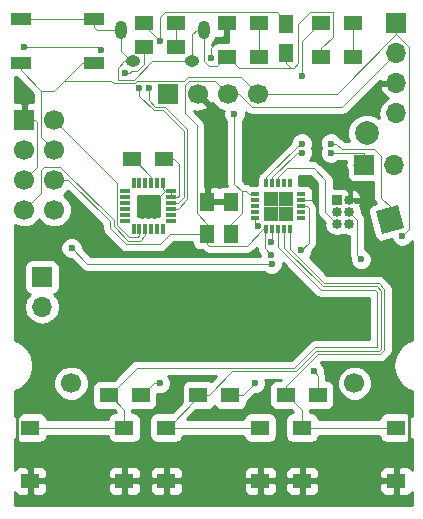
<source format=gtl>
G04 #@! TF.FileFunction,Copper,L1,Top,Signal*
%FSLAX46Y46*%
G04 Gerber Fmt 4.6, Leading zero omitted, Abs format (unit mm)*
G04 Created by KiCad (PCBNEW 4.0.6) date 11/07/17 14:14:17*
%MOMM*%
%LPD*%
G01*
G04 APERTURE LIST*
%ADD10C,0.100000*%
%ADD11R,1.700000X1.700000*%
%ADD12C,1.700000*%
%ADD13O,1.700000X1.700000*%
%ADD14C,2.000000*%
%ADD15R,1.250000X1.500000*%
%ADD16R,1.500000X1.300000*%
%ADD17O,1.250000X0.950000*%
%ADD18O,1.000000X1.550000*%
%ADD19R,1.300000X1.500000*%
%ADD20R,1.800000X1.100000*%
%ADD21R,1.550000X1.300000*%
%ADD22R,0.850000X0.300000*%
%ADD23R,0.300000X0.850000*%
%ADD24R,0.300000X0.730000*%
%ADD25R,0.730000X0.300000*%
%ADD26R,1.250000X1.250000*%
%ADD27R,0.850000X0.850000*%
%ADD28O,0.850000X0.850000*%
%ADD29C,0.600000*%
%ADD30C,0.250000*%
%ADD31C,0.254000*%
G04 APERTURE END LIST*
D10*
D11*
X135500000Y-62690000D03*
D12*
X138040000Y-62690000D03*
X135500000Y-65230000D03*
X138040000Y-65230000D03*
X135500000Y-67770000D03*
X138040000Y-67770000D03*
X135500000Y-70310000D03*
X138040000Y-70310000D03*
D11*
X137000000Y-76000000D03*
D13*
X137000000Y-78540000D03*
D10*
G36*
X167691770Y-71848143D02*
X165759918Y-72365781D01*
X165242280Y-70433929D01*
X167174132Y-69916291D01*
X167691770Y-71848143D01*
X167691770Y-71848143D01*
G37*
D14*
X164500000Y-63800000D03*
D15*
X157700000Y-54550000D03*
X157700000Y-57050000D03*
D16*
X148350000Y-54500000D03*
X145650000Y-54500000D03*
X155350000Y-54500000D03*
X152650000Y-54500000D03*
X163350000Y-54500000D03*
X160650000Y-54500000D03*
D17*
X144700000Y-57750000D03*
X149700000Y-57750000D03*
D18*
X143700000Y-55050000D03*
X150700000Y-55050000D03*
D11*
X164300000Y-66500000D03*
D13*
X166840000Y-66500000D03*
D19*
X153000000Y-69650000D03*
X153000000Y-72350000D03*
X151000000Y-69650000D03*
X151000000Y-72350000D03*
D16*
X147350000Y-66000000D03*
X144650000Y-66000000D03*
X145650000Y-56500000D03*
X148350000Y-56500000D03*
X155350000Y-57400000D03*
X152650000Y-57400000D03*
X142650000Y-86000000D03*
X145350000Y-86000000D03*
X163350000Y-57400000D03*
X160650000Y-57400000D03*
X150250000Y-86000000D03*
X152950000Y-86000000D03*
X157650000Y-86000000D03*
X160350000Y-86000000D03*
D20*
X141400000Y-57850000D03*
X135200000Y-57850000D03*
X141400000Y-54150000D03*
X135200000Y-54150000D03*
D21*
X136025000Y-88750000D03*
X143975000Y-88750000D03*
X136025000Y-93250000D03*
X143975000Y-93250000D03*
X147525000Y-88750000D03*
X155475000Y-88750000D03*
X147525000Y-93250000D03*
X155475000Y-93250000D03*
X159025000Y-88750000D03*
X166975000Y-88750000D03*
X159025000Y-93250000D03*
X166975000Y-93250000D03*
D22*
X147950000Y-71250000D03*
X147950000Y-70750000D03*
X147950000Y-70250000D03*
X147950000Y-69750000D03*
X147950000Y-69250000D03*
X147950000Y-68750000D03*
D23*
X147250000Y-68050000D03*
X146750000Y-68050000D03*
X146250000Y-68050000D03*
X145750000Y-68050000D03*
X145250000Y-68050000D03*
X144750000Y-68050000D03*
D22*
X144050000Y-68750000D03*
X144050000Y-69250000D03*
X144050000Y-69750000D03*
X144050000Y-70250000D03*
X144050000Y-70750000D03*
X144050000Y-71250000D03*
D23*
X144750000Y-71950000D03*
X145250000Y-71950000D03*
X145750000Y-71950000D03*
X146250000Y-71950000D03*
X146750000Y-71950000D03*
X147250000Y-71950000D03*
D24*
X156000000Y-71965000D03*
X156500000Y-71965000D03*
X157000000Y-71965000D03*
X157500000Y-71965000D03*
X158000000Y-71965000D03*
D25*
X158965000Y-71000000D03*
X158965000Y-70500000D03*
X158965000Y-70000000D03*
X158965000Y-69500000D03*
X158965000Y-69000000D03*
D24*
X158000000Y-68035000D03*
X157500000Y-68035000D03*
X157000000Y-68035000D03*
X156500000Y-68035000D03*
X156000000Y-68035000D03*
D25*
X155035000Y-69000000D03*
X155035000Y-69500000D03*
X155035000Y-70000000D03*
X155035000Y-70500000D03*
X155035000Y-71000000D03*
D26*
X157625000Y-69375000D03*
X156375000Y-69375000D03*
X157625000Y-70625000D03*
X156375000Y-70625000D03*
D27*
X162000000Y-69500000D03*
D28*
X163000000Y-69500000D03*
X162000000Y-70500000D03*
X163000000Y-70500000D03*
X162000000Y-71500000D03*
X163000000Y-71500000D03*
D11*
X147660000Y-60500000D03*
D12*
X150200000Y-60500000D03*
X152740000Y-60500000D03*
X155280000Y-60500000D03*
X139460000Y-85000000D03*
X163460000Y-85000000D03*
D11*
X167000000Y-54500000D03*
D13*
X167000000Y-57040000D03*
X167000000Y-59580000D03*
X167000000Y-62120000D03*
D29*
X158950000Y-73750000D03*
X160000000Y-84000000D03*
X155000000Y-85000000D03*
X147000000Y-85000000D03*
X161450000Y-64699997D03*
X159000000Y-64699997D03*
X147000000Y-56000000D03*
X151300000Y-57500000D03*
X146000000Y-70000000D03*
X137000000Y-73000000D03*
X156000000Y-65500000D03*
X151000000Y-64500000D03*
X159000000Y-59000000D03*
X156400000Y-73000000D03*
X156372207Y-74100001D03*
X145221500Y-60026228D03*
X146021059Y-59999320D03*
X155283716Y-71653465D03*
X142000000Y-56799998D03*
X135500000Y-56500000D03*
X156450000Y-74896211D03*
X139500000Y-73550000D03*
X161450000Y-65500000D03*
X159000000Y-65500000D03*
X144000000Y-58700000D03*
X167500000Y-72500000D03*
X164000000Y-74500000D03*
X153300000Y-62200000D03*
D10*
X146800000Y-68000000D02*
X146750000Y-68050000D01*
X158300001Y-58300001D02*
X158100000Y-58300001D01*
X158100000Y-58300001D02*
X155900001Y-58300001D01*
X157700000Y-57050000D02*
X157700000Y-57900000D01*
X157700000Y-57900000D02*
X158100000Y-58300000D01*
X158100000Y-58300000D02*
X158100000Y-58300001D01*
X153650001Y-58300001D02*
X155899999Y-58300001D01*
X152650000Y-57400000D02*
X152750000Y-57400000D01*
X152750000Y-57400000D02*
X153650001Y-58300001D01*
X150700000Y-55050000D02*
X150700000Y-57714002D01*
X152550000Y-57400000D02*
X152650000Y-57400000D01*
X150700000Y-57714002D02*
X151135998Y-58150000D01*
X151135998Y-58150000D02*
X151800000Y-58150000D01*
X151800000Y-58150000D02*
X152550000Y-57400000D01*
X160650000Y-57400000D02*
X160650000Y-56650000D01*
X160650000Y-56650000D02*
X161650001Y-55649999D01*
X161600001Y-53599999D02*
X159699999Y-53599999D01*
X161650001Y-55649999D02*
X161650001Y-53649999D01*
X161650001Y-53649999D02*
X161600001Y-53599999D01*
X159699999Y-53599999D02*
X158699990Y-54600008D01*
X158699990Y-54600008D02*
X158699990Y-57900012D01*
X158699990Y-57900012D02*
X158300001Y-58300001D01*
X143975000Y-57750000D02*
X143400000Y-58325000D01*
X143400000Y-58325000D02*
X143400000Y-59300000D01*
X144700000Y-57750000D02*
X143975000Y-57750000D01*
X148975000Y-57750000D02*
X149700000Y-57750000D01*
X143400000Y-59300000D02*
X144749597Y-59300000D01*
X144749597Y-59300000D02*
X146299597Y-57750000D01*
X146299597Y-57750000D02*
X148975000Y-57750000D01*
X143700000Y-55050000D02*
X141650000Y-55050000D01*
X141650000Y-55050000D02*
X141400000Y-54800000D01*
X141400000Y-54800000D02*
X141400000Y-54150000D01*
X144700000Y-57750000D02*
X144550000Y-57750000D01*
X144550000Y-57750000D02*
X143700000Y-56900000D01*
X143700000Y-56900000D02*
X143700000Y-55925000D01*
X143700000Y-55925000D02*
X143700000Y-55050000D01*
X135200000Y-54150000D02*
X141400000Y-54150000D01*
X158965000Y-70000000D02*
X159430000Y-70000000D01*
X159430000Y-70000000D02*
X159580001Y-70150001D01*
X159580001Y-70150001D02*
X159580001Y-73119999D01*
X159580001Y-73119999D02*
X158950000Y-73750000D01*
X149700000Y-57750000D02*
X149700000Y-55450000D01*
X150100000Y-55050000D02*
X150700000Y-55050000D01*
X149700000Y-55450000D02*
X150100000Y-55050000D01*
X150700000Y-55050000D02*
X150700000Y-55325000D01*
X152500000Y-57125000D02*
X152500000Y-57250000D01*
X160350000Y-86000000D02*
X160350000Y-84350000D01*
X160350000Y-84350000D02*
X160000000Y-84000000D01*
X152950000Y-86000000D02*
X154000000Y-86000000D01*
X154000000Y-86000000D02*
X155000000Y-85000000D01*
X145350000Y-86000000D02*
X145450000Y-86000000D01*
X145450000Y-86000000D02*
X146450000Y-85000000D01*
X146450000Y-85000000D02*
X147000000Y-85000000D01*
X161450000Y-64699997D02*
X161874264Y-64699997D01*
X161874264Y-64699997D02*
X162374257Y-65199990D01*
X162374257Y-65199990D02*
X165149992Y-65199990D01*
X165149992Y-65199990D02*
X165739999Y-65789997D01*
X165739999Y-65789997D02*
X165739999Y-69278734D01*
X165739999Y-69278734D02*
X166467025Y-70005760D01*
X166467025Y-70005760D02*
X166467025Y-71141036D01*
X156000000Y-67570000D02*
X158870003Y-64699997D01*
X158870003Y-64699997D02*
X159000000Y-64699997D01*
X156000000Y-68035000D02*
X156000000Y-67570000D01*
X147000000Y-56000000D02*
X147000000Y-53999998D01*
X147000000Y-53999998D02*
X147399999Y-53599999D01*
X147399999Y-53599999D02*
X156874999Y-53599999D01*
X156874999Y-53599999D02*
X157700000Y-54425000D01*
X157700000Y-54425000D02*
X157700000Y-54550000D01*
X147000000Y-56000000D02*
X145650000Y-54650000D01*
X145650000Y-54650000D02*
X145650000Y-54500000D01*
X147425000Y-68750000D02*
X147250000Y-68575000D01*
X147250000Y-68575000D02*
X147250000Y-68050000D01*
X152650000Y-54500000D02*
X152650000Y-55250000D01*
X152650000Y-55250000D02*
X151300000Y-56600000D01*
X151300000Y-56600000D02*
X151300000Y-57500000D01*
X147950000Y-68750000D02*
X147950000Y-69250000D01*
X163000000Y-69500000D02*
X163700000Y-69500000D01*
X158965000Y-69500000D02*
X160000000Y-69500000D01*
X147950000Y-68750000D02*
X147425000Y-68750000D01*
X147425000Y-68750000D02*
X146175000Y-70000000D01*
X146175000Y-70000000D02*
X146000000Y-70000000D01*
D30*
X166975000Y-93250000D02*
X166975000Y-92350000D01*
X166975000Y-92350000D02*
X168075001Y-91249999D01*
X168075001Y-91249999D02*
X168075001Y-87075001D01*
X136025000Y-93250000D02*
X136025000Y-92350000D01*
X136025000Y-92350000D02*
X134924999Y-91249999D01*
X134924999Y-87839999D02*
X135764998Y-87000000D01*
X134924999Y-91249999D02*
X134924999Y-87839999D01*
D10*
X135500000Y-62690000D02*
X136450000Y-62690000D01*
X136600001Y-66669999D02*
X136349999Y-66920001D01*
X136450000Y-62690000D02*
X136600001Y-62840001D01*
X136600001Y-62840001D02*
X136600001Y-66669999D01*
X136349999Y-66920001D02*
X135500000Y-67770000D01*
X148350000Y-56500000D02*
X148350000Y-54500000D01*
X155350000Y-57400000D02*
X155350000Y-54500000D01*
X163350000Y-54500000D02*
X163350000Y-57400000D01*
X159000000Y-56050000D02*
X159000000Y-59000000D01*
X156500000Y-71965000D02*
X156500000Y-72900000D01*
X156500000Y-72900000D02*
X156400000Y-73000000D01*
X160650000Y-54500000D02*
X160550000Y-54500000D01*
X160550000Y-54500000D02*
X159000000Y-56050000D01*
X149450000Y-59400000D02*
X149099999Y-59750001D01*
X149099999Y-59750001D02*
X149099999Y-62140001D01*
X149099999Y-62140001D02*
X150099999Y-63140001D01*
X151640000Y-59400000D02*
X149450000Y-59400000D01*
X152740000Y-60500000D02*
X151640000Y-59400000D01*
X156000000Y-71965000D02*
X156000000Y-72180000D01*
X156000000Y-72180000D02*
X155849999Y-72330001D01*
X155849999Y-72330001D02*
X155849999Y-73577793D01*
X155849999Y-73577793D02*
X156372207Y-74100001D01*
X152740000Y-60500000D02*
X153651998Y-60500000D01*
X154751999Y-61600001D02*
X162439999Y-61600001D01*
X153651998Y-60500000D02*
X154751999Y-61600001D01*
X162439999Y-61600001D02*
X166150001Y-57889999D01*
X166150001Y-57889999D02*
X167000000Y-57040000D01*
X151000000Y-72350000D02*
X151000000Y-73200000D01*
X151000000Y-73200000D02*
X151150001Y-73350001D01*
X151150001Y-73350001D02*
X154364999Y-73350001D01*
X155750000Y-71965000D02*
X156000000Y-71965000D01*
X154364999Y-73350001D02*
X155750000Y-71965000D01*
X151000000Y-72350000D02*
X151000000Y-71500000D01*
X151000000Y-71500000D02*
X150099999Y-70599999D01*
X150099999Y-70599999D02*
X150099999Y-63140001D01*
X146999981Y-73225021D02*
X147875002Y-72350000D01*
X147875002Y-72350000D02*
X151000000Y-72350000D01*
X142774981Y-71874981D02*
X144125021Y-73225021D01*
X144125021Y-73225021D02*
X146999981Y-73225021D01*
X139243724Y-67770000D02*
X142774981Y-71301257D01*
X142774981Y-71301257D02*
X142774981Y-71874981D01*
X138040000Y-67770000D02*
X139243724Y-67770000D01*
X147950000Y-69750000D02*
X148475000Y-69750000D01*
X145221500Y-60450492D02*
X145221500Y-60026228D01*
X149000000Y-63624278D02*
X147275733Y-61900011D01*
X148475000Y-69750000D02*
X149000000Y-69225000D01*
X147275733Y-61900011D02*
X146485731Y-61900011D01*
X146485731Y-61900011D02*
X145221500Y-60635780D01*
X145221500Y-60635780D02*
X145221500Y-60450492D01*
X149000000Y-69225000D02*
X149000000Y-63624278D01*
X146021059Y-60423584D02*
X146021059Y-59999320D01*
X146021059Y-61011061D02*
X146021059Y-60423584D01*
X147400001Y-61600001D02*
X146609999Y-61600001D01*
X149300010Y-69424990D02*
X149300010Y-63500010D01*
X147950000Y-70250000D02*
X148475000Y-70250000D01*
X149300010Y-63500010D02*
X147400001Y-61600001D01*
X146609999Y-61600001D02*
X146021059Y-61011061D01*
X148475000Y-70250000D02*
X149300010Y-69424990D01*
X155035000Y-71000000D02*
X155035000Y-71404749D01*
X155035000Y-71404749D02*
X155283716Y-71653465D01*
X135500000Y-56500000D02*
X141700002Y-56500000D01*
X141700002Y-56500000D02*
X142000000Y-56799998D01*
X157000000Y-68035000D02*
X157000000Y-67569998D01*
X157000000Y-67569998D02*
X157769998Y-66800000D01*
X157769998Y-66800000D02*
X160000000Y-66800000D01*
X160000000Y-66800000D02*
X161000000Y-67800000D01*
X161000000Y-67800000D02*
X161000000Y-70500000D01*
X161000000Y-70500000D02*
X162000000Y-71500000D01*
X139500000Y-73550000D02*
X140846211Y-74896211D01*
X140846211Y-74896211D02*
X156450000Y-74896211D01*
X161450000Y-65500000D02*
X164250000Y-65500000D01*
X164250000Y-65500000D02*
X164300000Y-65550000D01*
X164300000Y-65550000D02*
X164300000Y-66500000D01*
X156500000Y-67569998D02*
X158569998Y-65500000D01*
X158569998Y-65500000D02*
X159000000Y-65500000D01*
X156500000Y-68035000D02*
X156500000Y-67569998D01*
X163350000Y-66500000D02*
X164300000Y-66500000D01*
X144650000Y-66000000D02*
X144750000Y-66000000D01*
X144750000Y-66000000D02*
X146250000Y-67500000D01*
X146250000Y-67500000D02*
X146250000Y-67525000D01*
X146250000Y-67525000D02*
X146250000Y-68050000D01*
X145650000Y-57975318D02*
X145075327Y-58549991D01*
X145650000Y-56500000D02*
X145650000Y-57975318D01*
X145075327Y-58549991D02*
X144574273Y-58549991D01*
X144574273Y-58549991D02*
X144424264Y-58700000D01*
X144424264Y-58700000D02*
X144000000Y-58700000D01*
X165200019Y-77100019D02*
X160637460Y-77100018D01*
X160637460Y-77100018D02*
X157000000Y-73462558D01*
X157000000Y-73462558D02*
X157000000Y-72430000D01*
X157000000Y-72430000D02*
X157000000Y-71965000D01*
X165398316Y-81949980D02*
X165398316Y-77298316D01*
X165398316Y-77298316D02*
X165200019Y-77100019D01*
X160101464Y-81949980D02*
X165398316Y-81949980D01*
X142750000Y-86000000D02*
X145050010Y-83699990D01*
X158351454Y-83699990D02*
X160101464Y-81949980D01*
X145050010Y-83699990D02*
X158351454Y-83699990D01*
X136025000Y-88750000D02*
X136900000Y-88750000D01*
X136900000Y-88750000D02*
X143975000Y-88750000D01*
X143250000Y-88750000D02*
X143975000Y-88750000D01*
X136025000Y-88750000D02*
X136150000Y-88750000D01*
X143975000Y-88750000D02*
X143975000Y-87225000D01*
X143975000Y-87225000D02*
X142750000Y-86000000D01*
X142750000Y-86000000D02*
X142650000Y-86000000D01*
X165698327Y-77148327D02*
X165350010Y-76800010D01*
X165350010Y-76800010D02*
X160761729Y-76800009D01*
X157500000Y-73538280D02*
X157500000Y-72430000D01*
X160761729Y-76800009D02*
X157500000Y-73538280D01*
X157500000Y-72430000D02*
X157500000Y-71965000D01*
X165698327Y-82074248D02*
X165698327Y-77148327D01*
X160225732Y-82249991D02*
X165522584Y-82249991D01*
X151100000Y-86000000D02*
X153099999Y-84000001D01*
X158475722Y-84000001D02*
X160225732Y-82249991D01*
X153099999Y-84000001D02*
X158475722Y-84000001D01*
X165522584Y-82249991D02*
X165698327Y-82074248D01*
X150250000Y-86000000D02*
X151100000Y-86000000D01*
X147525000Y-88750000D02*
X147650000Y-88750000D01*
X147650000Y-88750000D02*
X150250000Y-86150000D01*
X150250000Y-86150000D02*
X150250000Y-86000000D01*
X147525000Y-88750000D02*
X148400000Y-88750000D01*
X148400000Y-88750000D02*
X155475000Y-88750000D01*
X165500000Y-76500000D02*
X165998338Y-76998338D01*
X165998338Y-76998338D02*
X165998338Y-82198516D01*
X160885998Y-76500000D02*
X165500000Y-76500000D01*
X158000000Y-71965000D02*
X158000000Y-73614002D01*
X158000000Y-73614002D02*
X160885998Y-76500000D01*
X165646852Y-82550002D02*
X165998338Y-82198516D01*
X160349998Y-82550002D02*
X165646852Y-82550002D01*
X157650000Y-85250000D02*
X160349998Y-82550002D01*
X157650000Y-86000000D02*
X157650000Y-85250000D01*
X159025000Y-88750000D02*
X159900000Y-88750000D01*
X159900000Y-88750000D02*
X166975000Y-88750000D01*
X166725000Y-89000000D02*
X166975000Y-88750000D01*
X159025000Y-88750000D02*
X159025000Y-87275000D01*
X159025000Y-87275000D02*
X157750000Y-86000000D01*
X157750000Y-86000000D02*
X157650000Y-86000000D01*
X143074990Y-71724270D02*
X144275731Y-72925011D01*
X144275731Y-72925011D02*
X145299991Y-72925011D01*
X145299991Y-72925011D02*
X145750000Y-72475000D01*
X145750000Y-72475000D02*
X145750000Y-71950000D01*
X135500000Y-70310000D02*
X136900011Y-68909989D01*
X136900011Y-68909989D02*
X136900011Y-66941989D01*
X136900011Y-66941989D02*
X137172001Y-66669999D01*
X137172001Y-66669999D02*
X138568001Y-66669999D01*
X138568001Y-66669999D02*
X143074989Y-71176987D01*
X143074989Y-71176987D02*
X143074990Y-71724270D01*
X138040000Y-62690000D02*
X143374999Y-68024999D01*
X143374999Y-68024999D02*
X143374999Y-71600001D01*
X143374999Y-71600001D02*
X144399999Y-72625001D01*
X144399999Y-72625001D02*
X145100001Y-72625001D01*
X145100001Y-72625001D02*
X145250000Y-72475000D01*
X145250000Y-72475000D02*
X145250000Y-71950000D01*
X143075733Y-59600011D02*
X142875721Y-59399999D01*
X142875721Y-59399999D02*
X138850001Y-59399999D01*
X145073876Y-59399999D02*
X144873865Y-59600011D01*
X149025723Y-59399999D02*
X145073876Y-59399999D01*
X153829991Y-59049991D02*
X149375731Y-59049991D01*
X149375731Y-59049991D02*
X149025723Y-59399999D01*
X138850001Y-59399999D02*
X138010001Y-60239999D01*
X144873865Y-59600011D02*
X143075733Y-59600011D01*
X141400000Y-57850000D02*
X140400000Y-57850000D01*
X155280000Y-60500000D02*
X153829991Y-59049991D01*
X140400000Y-57850000D02*
X138010001Y-60239999D01*
X163000000Y-70500000D02*
X163000000Y-70500998D01*
X163675001Y-74175001D02*
X164000000Y-74500000D01*
X163000000Y-70500998D02*
X163675001Y-71175999D01*
X163675001Y-71175999D02*
X163675001Y-74175001D01*
X167500000Y-72500000D02*
X168100001Y-71899999D01*
X167000000Y-55450000D02*
X167000000Y-54500000D01*
X168100001Y-71899999D02*
X168100001Y-56550001D01*
X168100001Y-56550001D02*
X167000000Y-55450000D01*
X164175001Y-74324999D02*
X164000000Y-74500000D01*
X155280000Y-60500000D02*
X161950000Y-60500000D01*
X161950000Y-60500000D02*
X167000000Y-55450000D01*
X155035000Y-69000000D02*
X154570000Y-69000000D01*
X154570000Y-69000000D02*
X154269999Y-68699999D01*
X154269999Y-68699999D02*
X153900001Y-68699999D01*
X153900001Y-70599999D02*
X153900001Y-68699999D01*
X153300000Y-68099998D02*
X153300000Y-62200000D01*
X153000000Y-72350000D02*
X153000000Y-71500000D01*
X153000000Y-71500000D02*
X153900001Y-70599999D01*
X153900001Y-68699999D02*
X153300000Y-68099998D01*
X138010001Y-60239999D02*
X136939999Y-60239999D01*
X135200000Y-57850000D02*
X135200000Y-58500000D01*
X135200000Y-58500000D02*
X136939999Y-60239999D01*
X136939999Y-60239999D02*
X136939999Y-64129999D01*
X136939999Y-64129999D02*
X137190001Y-64380001D01*
X137190001Y-64380001D02*
X138040000Y-65230000D01*
X147350000Y-66000000D02*
X148200000Y-66000000D01*
X148200000Y-66000000D02*
X148625001Y-66425001D01*
X148625001Y-66425001D02*
X148625001Y-69100001D01*
X148625001Y-69100001D02*
X148475000Y-69250000D01*
X148475000Y-69250000D02*
X147950000Y-69250000D01*
D31*
G36*
X151326628Y-84804636D02*
X151251890Y-84753569D01*
X151000000Y-84702560D01*
X149500000Y-84702560D01*
X149264683Y-84746838D01*
X149048559Y-84885910D01*
X148903569Y-85098110D01*
X148852560Y-85350000D01*
X148852560Y-86578704D01*
X147978704Y-87452560D01*
X146750000Y-87452560D01*
X146514683Y-87496838D01*
X146298559Y-87635910D01*
X146153569Y-87848110D01*
X146102560Y-88100000D01*
X146102560Y-89400000D01*
X146146838Y-89635317D01*
X146285910Y-89851441D01*
X146498110Y-89996431D01*
X146750000Y-90047440D01*
X148300000Y-90047440D01*
X148535317Y-90003162D01*
X148751441Y-89864090D01*
X148896431Y-89651890D01*
X148940352Y-89435000D01*
X154059146Y-89435000D01*
X154096838Y-89635317D01*
X154235910Y-89851441D01*
X154448110Y-89996431D01*
X154700000Y-90047440D01*
X156250000Y-90047440D01*
X156485317Y-90003162D01*
X156701441Y-89864090D01*
X156846431Y-89651890D01*
X156897440Y-89400000D01*
X156897440Y-88100000D01*
X156853162Y-87864683D01*
X156714090Y-87648559D01*
X156501890Y-87503569D01*
X156250000Y-87452560D01*
X154700000Y-87452560D01*
X154464683Y-87496838D01*
X154248559Y-87635910D01*
X154103569Y-87848110D01*
X154059648Y-88065000D01*
X149303736Y-88065000D01*
X150071296Y-87297440D01*
X151000000Y-87297440D01*
X151235317Y-87253162D01*
X151451441Y-87114090D01*
X151596431Y-86901890D01*
X151599081Y-86888803D01*
X151735910Y-87101441D01*
X151948110Y-87246431D01*
X152200000Y-87297440D01*
X153700000Y-87297440D01*
X153935317Y-87253162D01*
X154151441Y-87114090D01*
X154296431Y-86901890D01*
X154347440Y-86650000D01*
X154347440Y-86575860D01*
X154484368Y-86484368D01*
X155033706Y-85935030D01*
X155185167Y-85935162D01*
X155528943Y-85793117D01*
X155792192Y-85530327D01*
X155934838Y-85186799D01*
X155935162Y-84814833D01*
X155881517Y-84685001D01*
X157246263Y-84685001D01*
X157228704Y-84702560D01*
X156900000Y-84702560D01*
X156664683Y-84746838D01*
X156448559Y-84885910D01*
X156303569Y-85098110D01*
X156252560Y-85350000D01*
X156252560Y-86650000D01*
X156296838Y-86885317D01*
X156435910Y-87101441D01*
X156648110Y-87246431D01*
X156900000Y-87297440D01*
X158078704Y-87297440D01*
X158236386Y-87455122D01*
X158014683Y-87496838D01*
X157798559Y-87635910D01*
X157653569Y-87848110D01*
X157602560Y-88100000D01*
X157602560Y-89400000D01*
X157646838Y-89635317D01*
X157785910Y-89851441D01*
X157998110Y-89996431D01*
X158250000Y-90047440D01*
X159800000Y-90047440D01*
X160035317Y-90003162D01*
X160251441Y-89864090D01*
X160396431Y-89651890D01*
X160440352Y-89435000D01*
X165559146Y-89435000D01*
X165596838Y-89635317D01*
X165735910Y-89851441D01*
X165948110Y-89996431D01*
X166200000Y-90047440D01*
X167750000Y-90047440D01*
X167985317Y-90003162D01*
X168201441Y-89864090D01*
X168315000Y-89697891D01*
X168315000Y-92304695D01*
X168288327Y-92240301D01*
X168109698Y-92061673D01*
X167876309Y-91965000D01*
X167260750Y-91965000D01*
X167102000Y-92123750D01*
X167102000Y-93123000D01*
X167122000Y-93123000D01*
X167122000Y-93377000D01*
X167102000Y-93377000D01*
X167102000Y-94376250D01*
X167260750Y-94535000D01*
X167876309Y-94535000D01*
X168109698Y-94438327D01*
X168288327Y-94259699D01*
X168315000Y-94195305D01*
X168315000Y-95315000D01*
X134685000Y-95315000D01*
X134685000Y-94195305D01*
X134711673Y-94259699D01*
X134890302Y-94438327D01*
X135123691Y-94535000D01*
X135739250Y-94535000D01*
X135898000Y-94376250D01*
X135898000Y-93377000D01*
X136152000Y-93377000D01*
X136152000Y-94376250D01*
X136310750Y-94535000D01*
X136926309Y-94535000D01*
X137159698Y-94438327D01*
X137338327Y-94259699D01*
X137435000Y-94026310D01*
X137435000Y-93535750D01*
X142565000Y-93535750D01*
X142565000Y-94026310D01*
X142661673Y-94259699D01*
X142840302Y-94438327D01*
X143073691Y-94535000D01*
X143689250Y-94535000D01*
X143848000Y-94376250D01*
X143848000Y-93377000D01*
X144102000Y-93377000D01*
X144102000Y-94376250D01*
X144260750Y-94535000D01*
X144876309Y-94535000D01*
X145109698Y-94438327D01*
X145288327Y-94259699D01*
X145385000Y-94026310D01*
X145385000Y-93535750D01*
X146115000Y-93535750D01*
X146115000Y-94026310D01*
X146211673Y-94259699D01*
X146390302Y-94438327D01*
X146623691Y-94535000D01*
X147239250Y-94535000D01*
X147398000Y-94376250D01*
X147398000Y-93377000D01*
X147652000Y-93377000D01*
X147652000Y-94376250D01*
X147810750Y-94535000D01*
X148426309Y-94535000D01*
X148659698Y-94438327D01*
X148838327Y-94259699D01*
X148935000Y-94026310D01*
X148935000Y-93535750D01*
X154065000Y-93535750D01*
X154065000Y-94026310D01*
X154161673Y-94259699D01*
X154340302Y-94438327D01*
X154573691Y-94535000D01*
X155189250Y-94535000D01*
X155348000Y-94376250D01*
X155348000Y-93377000D01*
X155602000Y-93377000D01*
X155602000Y-94376250D01*
X155760750Y-94535000D01*
X156376309Y-94535000D01*
X156609698Y-94438327D01*
X156788327Y-94259699D01*
X156885000Y-94026310D01*
X156885000Y-93535750D01*
X157615000Y-93535750D01*
X157615000Y-94026310D01*
X157711673Y-94259699D01*
X157890302Y-94438327D01*
X158123691Y-94535000D01*
X158739250Y-94535000D01*
X158898000Y-94376250D01*
X158898000Y-93377000D01*
X159152000Y-93377000D01*
X159152000Y-94376250D01*
X159310750Y-94535000D01*
X159926309Y-94535000D01*
X160159698Y-94438327D01*
X160338327Y-94259699D01*
X160435000Y-94026310D01*
X160435000Y-93535750D01*
X165565000Y-93535750D01*
X165565000Y-94026310D01*
X165661673Y-94259699D01*
X165840302Y-94438327D01*
X166073691Y-94535000D01*
X166689250Y-94535000D01*
X166848000Y-94376250D01*
X166848000Y-93377000D01*
X165723750Y-93377000D01*
X165565000Y-93535750D01*
X160435000Y-93535750D01*
X160276250Y-93377000D01*
X159152000Y-93377000D01*
X158898000Y-93377000D01*
X157773750Y-93377000D01*
X157615000Y-93535750D01*
X156885000Y-93535750D01*
X156726250Y-93377000D01*
X155602000Y-93377000D01*
X155348000Y-93377000D01*
X154223750Y-93377000D01*
X154065000Y-93535750D01*
X148935000Y-93535750D01*
X148776250Y-93377000D01*
X147652000Y-93377000D01*
X147398000Y-93377000D01*
X146273750Y-93377000D01*
X146115000Y-93535750D01*
X145385000Y-93535750D01*
X145226250Y-93377000D01*
X144102000Y-93377000D01*
X143848000Y-93377000D01*
X142723750Y-93377000D01*
X142565000Y-93535750D01*
X137435000Y-93535750D01*
X137276250Y-93377000D01*
X136152000Y-93377000D01*
X135898000Y-93377000D01*
X135878000Y-93377000D01*
X135878000Y-93123000D01*
X135898000Y-93123000D01*
X135898000Y-92123750D01*
X136152000Y-92123750D01*
X136152000Y-93123000D01*
X137276250Y-93123000D01*
X137435000Y-92964250D01*
X137435000Y-92473690D01*
X142565000Y-92473690D01*
X142565000Y-92964250D01*
X142723750Y-93123000D01*
X143848000Y-93123000D01*
X143848000Y-92123750D01*
X144102000Y-92123750D01*
X144102000Y-93123000D01*
X145226250Y-93123000D01*
X145385000Y-92964250D01*
X145385000Y-92473690D01*
X146115000Y-92473690D01*
X146115000Y-92964250D01*
X146273750Y-93123000D01*
X147398000Y-93123000D01*
X147398000Y-92123750D01*
X147652000Y-92123750D01*
X147652000Y-93123000D01*
X148776250Y-93123000D01*
X148935000Y-92964250D01*
X148935000Y-92473690D01*
X154065000Y-92473690D01*
X154065000Y-92964250D01*
X154223750Y-93123000D01*
X155348000Y-93123000D01*
X155348000Y-92123750D01*
X155602000Y-92123750D01*
X155602000Y-93123000D01*
X156726250Y-93123000D01*
X156885000Y-92964250D01*
X156885000Y-92473690D01*
X157615000Y-92473690D01*
X157615000Y-92964250D01*
X157773750Y-93123000D01*
X158898000Y-93123000D01*
X158898000Y-92123750D01*
X159152000Y-92123750D01*
X159152000Y-93123000D01*
X160276250Y-93123000D01*
X160435000Y-92964250D01*
X160435000Y-92473690D01*
X165565000Y-92473690D01*
X165565000Y-92964250D01*
X165723750Y-93123000D01*
X166848000Y-93123000D01*
X166848000Y-92123750D01*
X166689250Y-91965000D01*
X166073691Y-91965000D01*
X165840302Y-92061673D01*
X165661673Y-92240301D01*
X165565000Y-92473690D01*
X160435000Y-92473690D01*
X160338327Y-92240301D01*
X160159698Y-92061673D01*
X159926309Y-91965000D01*
X159310750Y-91965000D01*
X159152000Y-92123750D01*
X158898000Y-92123750D01*
X158739250Y-91965000D01*
X158123691Y-91965000D01*
X157890302Y-92061673D01*
X157711673Y-92240301D01*
X157615000Y-92473690D01*
X156885000Y-92473690D01*
X156788327Y-92240301D01*
X156609698Y-92061673D01*
X156376309Y-91965000D01*
X155760750Y-91965000D01*
X155602000Y-92123750D01*
X155348000Y-92123750D01*
X155189250Y-91965000D01*
X154573691Y-91965000D01*
X154340302Y-92061673D01*
X154161673Y-92240301D01*
X154065000Y-92473690D01*
X148935000Y-92473690D01*
X148838327Y-92240301D01*
X148659698Y-92061673D01*
X148426309Y-91965000D01*
X147810750Y-91965000D01*
X147652000Y-92123750D01*
X147398000Y-92123750D01*
X147239250Y-91965000D01*
X146623691Y-91965000D01*
X146390302Y-92061673D01*
X146211673Y-92240301D01*
X146115000Y-92473690D01*
X145385000Y-92473690D01*
X145288327Y-92240301D01*
X145109698Y-92061673D01*
X144876309Y-91965000D01*
X144260750Y-91965000D01*
X144102000Y-92123750D01*
X143848000Y-92123750D01*
X143689250Y-91965000D01*
X143073691Y-91965000D01*
X142840302Y-92061673D01*
X142661673Y-92240301D01*
X142565000Y-92473690D01*
X137435000Y-92473690D01*
X137338327Y-92240301D01*
X137159698Y-92061673D01*
X136926309Y-91965000D01*
X136310750Y-91965000D01*
X136152000Y-92123750D01*
X135898000Y-92123750D01*
X135739250Y-91965000D01*
X135123691Y-91965000D01*
X134890302Y-92061673D01*
X134711673Y-92240301D01*
X134685000Y-92304695D01*
X134685000Y-89694622D01*
X134785910Y-89851441D01*
X134998110Y-89996431D01*
X135250000Y-90047440D01*
X136800000Y-90047440D01*
X137035317Y-90003162D01*
X137251441Y-89864090D01*
X137396431Y-89651890D01*
X137440352Y-89435000D01*
X142559146Y-89435000D01*
X142596838Y-89635317D01*
X142735910Y-89851441D01*
X142948110Y-89996431D01*
X143200000Y-90047440D01*
X144750000Y-90047440D01*
X144985317Y-90003162D01*
X145201441Y-89864090D01*
X145346431Y-89651890D01*
X145397440Y-89400000D01*
X145397440Y-88100000D01*
X145353162Y-87864683D01*
X145214090Y-87648559D01*
X145001890Y-87503569D01*
X144750000Y-87452560D01*
X144660000Y-87452560D01*
X144660000Y-87297440D01*
X146100000Y-87297440D01*
X146335317Y-87253162D01*
X146551441Y-87114090D01*
X146696431Y-86901890D01*
X146747440Y-86650000D01*
X146747440Y-85907532D01*
X146813201Y-85934838D01*
X147185167Y-85935162D01*
X147528943Y-85793117D01*
X147792192Y-85530327D01*
X147934838Y-85186799D01*
X147935162Y-84814833D01*
X147793117Y-84471057D01*
X147707200Y-84384990D01*
X151746274Y-84384990D01*
X151326628Y-84804636D01*
X151326628Y-84804636D01*
G37*
X151326628Y-84804636D02*
X151251890Y-84753569D01*
X151000000Y-84702560D01*
X149500000Y-84702560D01*
X149264683Y-84746838D01*
X149048559Y-84885910D01*
X148903569Y-85098110D01*
X148852560Y-85350000D01*
X148852560Y-86578704D01*
X147978704Y-87452560D01*
X146750000Y-87452560D01*
X146514683Y-87496838D01*
X146298559Y-87635910D01*
X146153569Y-87848110D01*
X146102560Y-88100000D01*
X146102560Y-89400000D01*
X146146838Y-89635317D01*
X146285910Y-89851441D01*
X146498110Y-89996431D01*
X146750000Y-90047440D01*
X148300000Y-90047440D01*
X148535317Y-90003162D01*
X148751441Y-89864090D01*
X148896431Y-89651890D01*
X148940352Y-89435000D01*
X154059146Y-89435000D01*
X154096838Y-89635317D01*
X154235910Y-89851441D01*
X154448110Y-89996431D01*
X154700000Y-90047440D01*
X156250000Y-90047440D01*
X156485317Y-90003162D01*
X156701441Y-89864090D01*
X156846431Y-89651890D01*
X156897440Y-89400000D01*
X156897440Y-88100000D01*
X156853162Y-87864683D01*
X156714090Y-87648559D01*
X156501890Y-87503569D01*
X156250000Y-87452560D01*
X154700000Y-87452560D01*
X154464683Y-87496838D01*
X154248559Y-87635910D01*
X154103569Y-87848110D01*
X154059648Y-88065000D01*
X149303736Y-88065000D01*
X150071296Y-87297440D01*
X151000000Y-87297440D01*
X151235317Y-87253162D01*
X151451441Y-87114090D01*
X151596431Y-86901890D01*
X151599081Y-86888803D01*
X151735910Y-87101441D01*
X151948110Y-87246431D01*
X152200000Y-87297440D01*
X153700000Y-87297440D01*
X153935317Y-87253162D01*
X154151441Y-87114090D01*
X154296431Y-86901890D01*
X154347440Y-86650000D01*
X154347440Y-86575860D01*
X154484368Y-86484368D01*
X155033706Y-85935030D01*
X155185167Y-85935162D01*
X155528943Y-85793117D01*
X155792192Y-85530327D01*
X155934838Y-85186799D01*
X155935162Y-84814833D01*
X155881517Y-84685001D01*
X157246263Y-84685001D01*
X157228704Y-84702560D01*
X156900000Y-84702560D01*
X156664683Y-84746838D01*
X156448559Y-84885910D01*
X156303569Y-85098110D01*
X156252560Y-85350000D01*
X156252560Y-86650000D01*
X156296838Y-86885317D01*
X156435910Y-87101441D01*
X156648110Y-87246431D01*
X156900000Y-87297440D01*
X158078704Y-87297440D01*
X158236386Y-87455122D01*
X158014683Y-87496838D01*
X157798559Y-87635910D01*
X157653569Y-87848110D01*
X157602560Y-88100000D01*
X157602560Y-89400000D01*
X157646838Y-89635317D01*
X157785910Y-89851441D01*
X157998110Y-89996431D01*
X158250000Y-90047440D01*
X159800000Y-90047440D01*
X160035317Y-90003162D01*
X160251441Y-89864090D01*
X160396431Y-89651890D01*
X160440352Y-89435000D01*
X165559146Y-89435000D01*
X165596838Y-89635317D01*
X165735910Y-89851441D01*
X165948110Y-89996431D01*
X166200000Y-90047440D01*
X167750000Y-90047440D01*
X167985317Y-90003162D01*
X168201441Y-89864090D01*
X168315000Y-89697891D01*
X168315000Y-92304695D01*
X168288327Y-92240301D01*
X168109698Y-92061673D01*
X167876309Y-91965000D01*
X167260750Y-91965000D01*
X167102000Y-92123750D01*
X167102000Y-93123000D01*
X167122000Y-93123000D01*
X167122000Y-93377000D01*
X167102000Y-93377000D01*
X167102000Y-94376250D01*
X167260750Y-94535000D01*
X167876309Y-94535000D01*
X168109698Y-94438327D01*
X168288327Y-94259699D01*
X168315000Y-94195305D01*
X168315000Y-95315000D01*
X134685000Y-95315000D01*
X134685000Y-94195305D01*
X134711673Y-94259699D01*
X134890302Y-94438327D01*
X135123691Y-94535000D01*
X135739250Y-94535000D01*
X135898000Y-94376250D01*
X135898000Y-93377000D01*
X136152000Y-93377000D01*
X136152000Y-94376250D01*
X136310750Y-94535000D01*
X136926309Y-94535000D01*
X137159698Y-94438327D01*
X137338327Y-94259699D01*
X137435000Y-94026310D01*
X137435000Y-93535750D01*
X142565000Y-93535750D01*
X142565000Y-94026310D01*
X142661673Y-94259699D01*
X142840302Y-94438327D01*
X143073691Y-94535000D01*
X143689250Y-94535000D01*
X143848000Y-94376250D01*
X143848000Y-93377000D01*
X144102000Y-93377000D01*
X144102000Y-94376250D01*
X144260750Y-94535000D01*
X144876309Y-94535000D01*
X145109698Y-94438327D01*
X145288327Y-94259699D01*
X145385000Y-94026310D01*
X145385000Y-93535750D01*
X146115000Y-93535750D01*
X146115000Y-94026310D01*
X146211673Y-94259699D01*
X146390302Y-94438327D01*
X146623691Y-94535000D01*
X147239250Y-94535000D01*
X147398000Y-94376250D01*
X147398000Y-93377000D01*
X147652000Y-93377000D01*
X147652000Y-94376250D01*
X147810750Y-94535000D01*
X148426309Y-94535000D01*
X148659698Y-94438327D01*
X148838327Y-94259699D01*
X148935000Y-94026310D01*
X148935000Y-93535750D01*
X154065000Y-93535750D01*
X154065000Y-94026310D01*
X154161673Y-94259699D01*
X154340302Y-94438327D01*
X154573691Y-94535000D01*
X155189250Y-94535000D01*
X155348000Y-94376250D01*
X155348000Y-93377000D01*
X155602000Y-93377000D01*
X155602000Y-94376250D01*
X155760750Y-94535000D01*
X156376309Y-94535000D01*
X156609698Y-94438327D01*
X156788327Y-94259699D01*
X156885000Y-94026310D01*
X156885000Y-93535750D01*
X157615000Y-93535750D01*
X157615000Y-94026310D01*
X157711673Y-94259699D01*
X157890302Y-94438327D01*
X158123691Y-94535000D01*
X158739250Y-94535000D01*
X158898000Y-94376250D01*
X158898000Y-93377000D01*
X159152000Y-93377000D01*
X159152000Y-94376250D01*
X159310750Y-94535000D01*
X159926309Y-94535000D01*
X160159698Y-94438327D01*
X160338327Y-94259699D01*
X160435000Y-94026310D01*
X160435000Y-93535750D01*
X165565000Y-93535750D01*
X165565000Y-94026310D01*
X165661673Y-94259699D01*
X165840302Y-94438327D01*
X166073691Y-94535000D01*
X166689250Y-94535000D01*
X166848000Y-94376250D01*
X166848000Y-93377000D01*
X165723750Y-93377000D01*
X165565000Y-93535750D01*
X160435000Y-93535750D01*
X160276250Y-93377000D01*
X159152000Y-93377000D01*
X158898000Y-93377000D01*
X157773750Y-93377000D01*
X157615000Y-93535750D01*
X156885000Y-93535750D01*
X156726250Y-93377000D01*
X155602000Y-93377000D01*
X155348000Y-93377000D01*
X154223750Y-93377000D01*
X154065000Y-93535750D01*
X148935000Y-93535750D01*
X148776250Y-93377000D01*
X147652000Y-93377000D01*
X147398000Y-93377000D01*
X146273750Y-93377000D01*
X146115000Y-93535750D01*
X145385000Y-93535750D01*
X145226250Y-93377000D01*
X144102000Y-93377000D01*
X143848000Y-93377000D01*
X142723750Y-93377000D01*
X142565000Y-93535750D01*
X137435000Y-93535750D01*
X137276250Y-93377000D01*
X136152000Y-93377000D01*
X135898000Y-93377000D01*
X135878000Y-93377000D01*
X135878000Y-93123000D01*
X135898000Y-93123000D01*
X135898000Y-92123750D01*
X136152000Y-92123750D01*
X136152000Y-93123000D01*
X137276250Y-93123000D01*
X137435000Y-92964250D01*
X137435000Y-92473690D01*
X142565000Y-92473690D01*
X142565000Y-92964250D01*
X142723750Y-93123000D01*
X143848000Y-93123000D01*
X143848000Y-92123750D01*
X144102000Y-92123750D01*
X144102000Y-93123000D01*
X145226250Y-93123000D01*
X145385000Y-92964250D01*
X145385000Y-92473690D01*
X146115000Y-92473690D01*
X146115000Y-92964250D01*
X146273750Y-93123000D01*
X147398000Y-93123000D01*
X147398000Y-92123750D01*
X147652000Y-92123750D01*
X147652000Y-93123000D01*
X148776250Y-93123000D01*
X148935000Y-92964250D01*
X148935000Y-92473690D01*
X154065000Y-92473690D01*
X154065000Y-92964250D01*
X154223750Y-93123000D01*
X155348000Y-93123000D01*
X155348000Y-92123750D01*
X155602000Y-92123750D01*
X155602000Y-93123000D01*
X156726250Y-93123000D01*
X156885000Y-92964250D01*
X156885000Y-92473690D01*
X157615000Y-92473690D01*
X157615000Y-92964250D01*
X157773750Y-93123000D01*
X158898000Y-93123000D01*
X158898000Y-92123750D01*
X159152000Y-92123750D01*
X159152000Y-93123000D01*
X160276250Y-93123000D01*
X160435000Y-92964250D01*
X160435000Y-92473690D01*
X165565000Y-92473690D01*
X165565000Y-92964250D01*
X165723750Y-93123000D01*
X166848000Y-93123000D01*
X166848000Y-92123750D01*
X166689250Y-91965000D01*
X166073691Y-91965000D01*
X165840302Y-92061673D01*
X165661673Y-92240301D01*
X165565000Y-92473690D01*
X160435000Y-92473690D01*
X160338327Y-92240301D01*
X160159698Y-92061673D01*
X159926309Y-91965000D01*
X159310750Y-91965000D01*
X159152000Y-92123750D01*
X158898000Y-92123750D01*
X158739250Y-91965000D01*
X158123691Y-91965000D01*
X157890302Y-92061673D01*
X157711673Y-92240301D01*
X157615000Y-92473690D01*
X156885000Y-92473690D01*
X156788327Y-92240301D01*
X156609698Y-92061673D01*
X156376309Y-91965000D01*
X155760750Y-91965000D01*
X155602000Y-92123750D01*
X155348000Y-92123750D01*
X155189250Y-91965000D01*
X154573691Y-91965000D01*
X154340302Y-92061673D01*
X154161673Y-92240301D01*
X154065000Y-92473690D01*
X148935000Y-92473690D01*
X148838327Y-92240301D01*
X148659698Y-92061673D01*
X148426309Y-91965000D01*
X147810750Y-91965000D01*
X147652000Y-92123750D01*
X147398000Y-92123750D01*
X147239250Y-91965000D01*
X146623691Y-91965000D01*
X146390302Y-92061673D01*
X146211673Y-92240301D01*
X146115000Y-92473690D01*
X145385000Y-92473690D01*
X145288327Y-92240301D01*
X145109698Y-92061673D01*
X144876309Y-91965000D01*
X144260750Y-91965000D01*
X144102000Y-92123750D01*
X143848000Y-92123750D01*
X143689250Y-91965000D01*
X143073691Y-91965000D01*
X142840302Y-92061673D01*
X142661673Y-92240301D01*
X142565000Y-92473690D01*
X137435000Y-92473690D01*
X137338327Y-92240301D01*
X137159698Y-92061673D01*
X136926309Y-91965000D01*
X136310750Y-91965000D01*
X136152000Y-92123750D01*
X135898000Y-92123750D01*
X135739250Y-91965000D01*
X135123691Y-91965000D01*
X134890302Y-92061673D01*
X134711673Y-92240301D01*
X134685000Y-92304695D01*
X134685000Y-89694622D01*
X134785910Y-89851441D01*
X134998110Y-89996431D01*
X135250000Y-90047440D01*
X136800000Y-90047440D01*
X137035317Y-90003162D01*
X137251441Y-89864090D01*
X137396431Y-89651890D01*
X137440352Y-89435000D01*
X142559146Y-89435000D01*
X142596838Y-89635317D01*
X142735910Y-89851441D01*
X142948110Y-89996431D01*
X143200000Y-90047440D01*
X144750000Y-90047440D01*
X144985317Y-90003162D01*
X145201441Y-89864090D01*
X145346431Y-89651890D01*
X145397440Y-89400000D01*
X145397440Y-88100000D01*
X145353162Y-87864683D01*
X145214090Y-87648559D01*
X145001890Y-87503569D01*
X144750000Y-87452560D01*
X144660000Y-87452560D01*
X144660000Y-87297440D01*
X146100000Y-87297440D01*
X146335317Y-87253162D01*
X146551441Y-87114090D01*
X146696431Y-86901890D01*
X146747440Y-86650000D01*
X146747440Y-85907532D01*
X146813201Y-85934838D01*
X147185167Y-85935162D01*
X147528943Y-85793117D01*
X147792192Y-85530327D01*
X147934838Y-85186799D01*
X147935162Y-84814833D01*
X147793117Y-84471057D01*
X147707200Y-84384990D01*
X151746274Y-84384990D01*
X151326628Y-84804636D01*
G36*
X165679845Y-59453000D02*
X166873000Y-59453000D01*
X166873000Y-59433000D01*
X167127000Y-59433000D01*
X167127000Y-59453000D01*
X167147000Y-59453000D01*
X167147000Y-59707000D01*
X167127000Y-59707000D01*
X167127000Y-59727000D01*
X166873000Y-59727000D01*
X166873000Y-59707000D01*
X165679845Y-59707000D01*
X165558524Y-59936890D01*
X165728355Y-60346924D01*
X166118642Y-60775183D01*
X166261553Y-60842298D01*
X165920853Y-61069946D01*
X165598946Y-61551715D01*
X165485907Y-62120000D01*
X165573688Y-62561303D01*
X165427363Y-62414722D01*
X164826648Y-62165284D01*
X164176205Y-62164716D01*
X163575057Y-62413106D01*
X163114722Y-62872637D01*
X162865284Y-63473352D01*
X162864716Y-64123795D01*
X163026355Y-64514990D01*
X162657993Y-64514990D01*
X162358632Y-64215629D01*
X162145358Y-64073124D01*
X161980327Y-63907805D01*
X161636799Y-63765159D01*
X161264833Y-63764835D01*
X160921057Y-63906880D01*
X160657808Y-64169670D01*
X160515162Y-64513198D01*
X160514838Y-64885164D01*
X160603649Y-65100103D01*
X160515162Y-65313201D01*
X160514838Y-65685167D01*
X160656883Y-66028943D01*
X160919673Y-66292192D01*
X161263201Y-66434838D01*
X161635167Y-66435162D01*
X161978943Y-66293117D01*
X162087249Y-66185000D01*
X162752464Y-66185000D01*
X162717143Y-66237862D01*
X162665000Y-66500000D01*
X162717143Y-66762138D01*
X162802560Y-66889974D01*
X162802560Y-67350000D01*
X162846838Y-67585317D01*
X162985910Y-67801441D01*
X163198110Y-67946431D01*
X163450000Y-67997440D01*
X165054999Y-67997440D01*
X165054999Y-69278734D01*
X165107142Y-69540872D01*
X165253914Y-69760532D01*
X165074710Y-69808550D01*
X164858872Y-69912224D01*
X164686106Y-70102494D01*
X164600978Y-70344989D01*
X164616901Y-70601499D01*
X165134539Y-72533351D01*
X165238213Y-72749189D01*
X165428483Y-72921955D01*
X165670978Y-73007083D01*
X165927488Y-72991160D01*
X166615139Y-72806905D01*
X166706883Y-73028943D01*
X166969673Y-73292192D01*
X167313201Y-73434838D01*
X167685167Y-73435162D01*
X168028943Y-73293117D01*
X168292192Y-73030327D01*
X168315000Y-72975400D01*
X168315000Y-81337835D01*
X168254070Y-81349955D01*
X168079465Y-81422279D01*
X168007142Y-81452236D01*
X167488064Y-81799072D01*
X167299072Y-81988064D01*
X166952236Y-82507142D01*
X166941585Y-82532857D01*
X166849955Y-82754069D01*
X166728162Y-83366363D01*
X166728163Y-83500000D01*
X166728162Y-83633637D01*
X166849955Y-84245931D01*
X166856669Y-84262139D01*
X166952236Y-84492858D01*
X167299072Y-85011936D01*
X167488064Y-85200928D01*
X168007142Y-85547764D01*
X168079465Y-85577721D01*
X168254070Y-85650045D01*
X168315000Y-85662165D01*
X168315000Y-87805378D01*
X168214090Y-87648559D01*
X168001890Y-87503569D01*
X167750000Y-87452560D01*
X166200000Y-87452560D01*
X165964683Y-87496838D01*
X165748559Y-87635910D01*
X165603569Y-87848110D01*
X165559648Y-88065000D01*
X160440854Y-88065000D01*
X160403162Y-87864683D01*
X160264090Y-87648559D01*
X160051890Y-87503569D01*
X159800000Y-87452560D01*
X159710000Y-87452560D01*
X159710000Y-87297440D01*
X161100000Y-87297440D01*
X161335317Y-87253162D01*
X161551441Y-87114090D01*
X161696431Y-86901890D01*
X161747440Y-86650000D01*
X161747440Y-85350000D01*
X161736920Y-85294089D01*
X161974743Y-85294089D01*
X162200344Y-85840086D01*
X162617717Y-86258188D01*
X163163319Y-86484742D01*
X163754089Y-86485257D01*
X164300086Y-86259656D01*
X164718188Y-85842283D01*
X164944742Y-85296681D01*
X164945257Y-84705911D01*
X164719656Y-84159914D01*
X164302283Y-83741812D01*
X163756681Y-83515258D01*
X163165911Y-83514743D01*
X162619914Y-83740344D01*
X162201812Y-84157717D01*
X161975258Y-84703319D01*
X161974743Y-85294089D01*
X161736920Y-85294089D01*
X161703162Y-85114683D01*
X161564090Y-84898559D01*
X161351890Y-84753569D01*
X161100000Y-84702560D01*
X161035000Y-84702560D01*
X161035000Y-84350000D01*
X160982857Y-84087862D01*
X160934987Y-84016219D01*
X160935162Y-83814833D01*
X160793117Y-83471057D01*
X160595571Y-83273165D01*
X160633734Y-83235002D01*
X165646852Y-83235002D01*
X165908990Y-83182859D01*
X166131220Y-83034370D01*
X166482706Y-82682884D01*
X166631195Y-82460654D01*
X166683338Y-82198516D01*
X166683338Y-76998338D01*
X166631195Y-76736200D01*
X166482706Y-76513970D01*
X165984368Y-76015632D01*
X165762138Y-75867143D01*
X165500000Y-75815000D01*
X161169734Y-75815000D01*
X159688580Y-74333846D01*
X159742192Y-74280327D01*
X159884838Y-73936799D01*
X159884971Y-73783765D01*
X160064369Y-73604367D01*
X160212858Y-73382137D01*
X160265001Y-73119999D01*
X160265001Y-70150001D01*
X160212858Y-69887863D01*
X160064369Y-69665633D01*
X159914368Y-69515632D01*
X159869293Y-69485514D01*
X159926431Y-69401890D01*
X159951080Y-69280170D01*
X159965000Y-69266250D01*
X159965000Y-69223690D01*
X159963333Y-69219665D01*
X159977440Y-69150000D01*
X159977440Y-68850000D01*
X159933162Y-68614683D01*
X159794090Y-68398559D01*
X159581890Y-68253569D01*
X159330000Y-68202560D01*
X158797440Y-68202560D01*
X158797440Y-67670000D01*
X158762630Y-67485000D01*
X159716264Y-67485000D01*
X160315000Y-68083736D01*
X160315000Y-70500000D01*
X160367143Y-70762138D01*
X160515632Y-70984368D01*
X160937820Y-71406556D01*
X160919233Y-71500000D01*
X160999921Y-71905644D01*
X161229700Y-72249533D01*
X161573589Y-72479312D01*
X161979233Y-72560000D01*
X162020767Y-72560000D01*
X162426411Y-72479312D01*
X162500000Y-72430141D01*
X162573589Y-72479312D01*
X162979233Y-72560000D01*
X162990001Y-72560000D01*
X162990001Y-74175001D01*
X163042144Y-74437139D01*
X163065024Y-74471382D01*
X163064838Y-74685167D01*
X163206883Y-75028943D01*
X163469673Y-75292192D01*
X163813201Y-75434838D01*
X164185167Y-75435162D01*
X164528943Y-75293117D01*
X164792192Y-75030327D01*
X164934838Y-74686799D01*
X164935162Y-74314833D01*
X164793117Y-73971057D01*
X164530327Y-73707808D01*
X164360001Y-73637082D01*
X164360001Y-71175999D01*
X164307858Y-70913861D01*
X164159369Y-70691631D01*
X164062014Y-70594276D01*
X164080767Y-70500000D01*
X164000079Y-70094356D01*
X163934293Y-69995900D01*
X164019540Y-69790062D01*
X163892257Y-69627000D01*
X163585518Y-69627000D01*
X163426411Y-69520688D01*
X163072440Y-69450278D01*
X163072440Y-69075000D01*
X163028162Y-68839683D01*
X162889090Y-68623559D01*
X162873000Y-68612565D01*
X162873000Y-68606372D01*
X163127000Y-68606372D01*
X163127000Y-69373000D01*
X163892257Y-69373000D01*
X164019540Y-69209938D01*
X163926041Y-68984174D01*
X163658152Y-68669058D01*
X163290065Y-68480446D01*
X163127000Y-68606372D01*
X162873000Y-68606372D01*
X162709935Y-68480446D01*
X162692621Y-68489318D01*
X162676890Y-68478569D01*
X162425000Y-68427560D01*
X161685000Y-68427560D01*
X161685000Y-67800000D01*
X161632857Y-67537862D01*
X161484368Y-67315632D01*
X160484368Y-66315632D01*
X160262138Y-66167143D01*
X160000000Y-66115000D01*
X159707371Y-66115000D01*
X159792192Y-66030327D01*
X159934838Y-65686799D01*
X159935162Y-65314833D01*
X159846351Y-65099894D01*
X159934838Y-64886796D01*
X159935162Y-64514830D01*
X159793117Y-64171054D01*
X159530327Y-63907805D01*
X159186799Y-63765159D01*
X158814833Y-63764835D01*
X158471057Y-63906880D01*
X158207808Y-64169670D01*
X158065162Y-64513198D01*
X158065142Y-64536122D01*
X155515632Y-67085632D01*
X155462951Y-67164475D01*
X155398559Y-67205910D01*
X155253569Y-67418110D01*
X155202560Y-67670000D01*
X155202560Y-68202560D01*
X154734805Y-68202560D01*
X154532137Y-68067142D01*
X154269999Y-68014999D01*
X154183737Y-68014999D01*
X153985000Y-67816262D01*
X153985000Y-62837332D01*
X154092192Y-62730327D01*
X154234838Y-62386799D01*
X154235130Y-62051868D01*
X154267631Y-62084369D01*
X154489861Y-62232858D01*
X154751999Y-62285001D01*
X162439999Y-62285001D01*
X162702137Y-62232858D01*
X162924367Y-62084369D01*
X165636973Y-59371763D01*
X165679845Y-59453000D01*
X165679845Y-59453000D01*
G37*
X165679845Y-59453000D02*
X166873000Y-59453000D01*
X166873000Y-59433000D01*
X167127000Y-59433000D01*
X167127000Y-59453000D01*
X167147000Y-59453000D01*
X167147000Y-59707000D01*
X167127000Y-59707000D01*
X167127000Y-59727000D01*
X166873000Y-59727000D01*
X166873000Y-59707000D01*
X165679845Y-59707000D01*
X165558524Y-59936890D01*
X165728355Y-60346924D01*
X166118642Y-60775183D01*
X166261553Y-60842298D01*
X165920853Y-61069946D01*
X165598946Y-61551715D01*
X165485907Y-62120000D01*
X165573688Y-62561303D01*
X165427363Y-62414722D01*
X164826648Y-62165284D01*
X164176205Y-62164716D01*
X163575057Y-62413106D01*
X163114722Y-62872637D01*
X162865284Y-63473352D01*
X162864716Y-64123795D01*
X163026355Y-64514990D01*
X162657993Y-64514990D01*
X162358632Y-64215629D01*
X162145358Y-64073124D01*
X161980327Y-63907805D01*
X161636799Y-63765159D01*
X161264833Y-63764835D01*
X160921057Y-63906880D01*
X160657808Y-64169670D01*
X160515162Y-64513198D01*
X160514838Y-64885164D01*
X160603649Y-65100103D01*
X160515162Y-65313201D01*
X160514838Y-65685167D01*
X160656883Y-66028943D01*
X160919673Y-66292192D01*
X161263201Y-66434838D01*
X161635167Y-66435162D01*
X161978943Y-66293117D01*
X162087249Y-66185000D01*
X162752464Y-66185000D01*
X162717143Y-66237862D01*
X162665000Y-66500000D01*
X162717143Y-66762138D01*
X162802560Y-66889974D01*
X162802560Y-67350000D01*
X162846838Y-67585317D01*
X162985910Y-67801441D01*
X163198110Y-67946431D01*
X163450000Y-67997440D01*
X165054999Y-67997440D01*
X165054999Y-69278734D01*
X165107142Y-69540872D01*
X165253914Y-69760532D01*
X165074710Y-69808550D01*
X164858872Y-69912224D01*
X164686106Y-70102494D01*
X164600978Y-70344989D01*
X164616901Y-70601499D01*
X165134539Y-72533351D01*
X165238213Y-72749189D01*
X165428483Y-72921955D01*
X165670978Y-73007083D01*
X165927488Y-72991160D01*
X166615139Y-72806905D01*
X166706883Y-73028943D01*
X166969673Y-73292192D01*
X167313201Y-73434838D01*
X167685167Y-73435162D01*
X168028943Y-73293117D01*
X168292192Y-73030327D01*
X168315000Y-72975400D01*
X168315000Y-81337835D01*
X168254070Y-81349955D01*
X168079465Y-81422279D01*
X168007142Y-81452236D01*
X167488064Y-81799072D01*
X167299072Y-81988064D01*
X166952236Y-82507142D01*
X166941585Y-82532857D01*
X166849955Y-82754069D01*
X166728162Y-83366363D01*
X166728163Y-83500000D01*
X166728162Y-83633637D01*
X166849955Y-84245931D01*
X166856669Y-84262139D01*
X166952236Y-84492858D01*
X167299072Y-85011936D01*
X167488064Y-85200928D01*
X168007142Y-85547764D01*
X168079465Y-85577721D01*
X168254070Y-85650045D01*
X168315000Y-85662165D01*
X168315000Y-87805378D01*
X168214090Y-87648559D01*
X168001890Y-87503569D01*
X167750000Y-87452560D01*
X166200000Y-87452560D01*
X165964683Y-87496838D01*
X165748559Y-87635910D01*
X165603569Y-87848110D01*
X165559648Y-88065000D01*
X160440854Y-88065000D01*
X160403162Y-87864683D01*
X160264090Y-87648559D01*
X160051890Y-87503569D01*
X159800000Y-87452560D01*
X159710000Y-87452560D01*
X159710000Y-87297440D01*
X161100000Y-87297440D01*
X161335317Y-87253162D01*
X161551441Y-87114090D01*
X161696431Y-86901890D01*
X161747440Y-86650000D01*
X161747440Y-85350000D01*
X161736920Y-85294089D01*
X161974743Y-85294089D01*
X162200344Y-85840086D01*
X162617717Y-86258188D01*
X163163319Y-86484742D01*
X163754089Y-86485257D01*
X164300086Y-86259656D01*
X164718188Y-85842283D01*
X164944742Y-85296681D01*
X164945257Y-84705911D01*
X164719656Y-84159914D01*
X164302283Y-83741812D01*
X163756681Y-83515258D01*
X163165911Y-83514743D01*
X162619914Y-83740344D01*
X162201812Y-84157717D01*
X161975258Y-84703319D01*
X161974743Y-85294089D01*
X161736920Y-85294089D01*
X161703162Y-85114683D01*
X161564090Y-84898559D01*
X161351890Y-84753569D01*
X161100000Y-84702560D01*
X161035000Y-84702560D01*
X161035000Y-84350000D01*
X160982857Y-84087862D01*
X160934987Y-84016219D01*
X160935162Y-83814833D01*
X160793117Y-83471057D01*
X160595571Y-83273165D01*
X160633734Y-83235002D01*
X165646852Y-83235002D01*
X165908990Y-83182859D01*
X166131220Y-83034370D01*
X166482706Y-82682884D01*
X166631195Y-82460654D01*
X166683338Y-82198516D01*
X166683338Y-76998338D01*
X166631195Y-76736200D01*
X166482706Y-76513970D01*
X165984368Y-76015632D01*
X165762138Y-75867143D01*
X165500000Y-75815000D01*
X161169734Y-75815000D01*
X159688580Y-74333846D01*
X159742192Y-74280327D01*
X159884838Y-73936799D01*
X159884971Y-73783765D01*
X160064369Y-73604367D01*
X160212858Y-73382137D01*
X160265001Y-73119999D01*
X160265001Y-70150001D01*
X160212858Y-69887863D01*
X160064369Y-69665633D01*
X159914368Y-69515632D01*
X159869293Y-69485514D01*
X159926431Y-69401890D01*
X159951080Y-69280170D01*
X159965000Y-69266250D01*
X159965000Y-69223690D01*
X159963333Y-69219665D01*
X159977440Y-69150000D01*
X159977440Y-68850000D01*
X159933162Y-68614683D01*
X159794090Y-68398559D01*
X159581890Y-68253569D01*
X159330000Y-68202560D01*
X158797440Y-68202560D01*
X158797440Y-67670000D01*
X158762630Y-67485000D01*
X159716264Y-67485000D01*
X160315000Y-68083736D01*
X160315000Y-70500000D01*
X160367143Y-70762138D01*
X160515632Y-70984368D01*
X160937820Y-71406556D01*
X160919233Y-71500000D01*
X160999921Y-71905644D01*
X161229700Y-72249533D01*
X161573589Y-72479312D01*
X161979233Y-72560000D01*
X162020767Y-72560000D01*
X162426411Y-72479312D01*
X162500000Y-72430141D01*
X162573589Y-72479312D01*
X162979233Y-72560000D01*
X162990001Y-72560000D01*
X162990001Y-74175001D01*
X163042144Y-74437139D01*
X163065024Y-74471382D01*
X163064838Y-74685167D01*
X163206883Y-75028943D01*
X163469673Y-75292192D01*
X163813201Y-75434838D01*
X164185167Y-75435162D01*
X164528943Y-75293117D01*
X164792192Y-75030327D01*
X164934838Y-74686799D01*
X164935162Y-74314833D01*
X164793117Y-73971057D01*
X164530327Y-73707808D01*
X164360001Y-73637082D01*
X164360001Y-71175999D01*
X164307858Y-70913861D01*
X164159369Y-70691631D01*
X164062014Y-70594276D01*
X164080767Y-70500000D01*
X164000079Y-70094356D01*
X163934293Y-69995900D01*
X164019540Y-69790062D01*
X163892257Y-69627000D01*
X163585518Y-69627000D01*
X163426411Y-69520688D01*
X163072440Y-69450278D01*
X163072440Y-69075000D01*
X163028162Y-68839683D01*
X162889090Y-68623559D01*
X162873000Y-68612565D01*
X162873000Y-68606372D01*
X163127000Y-68606372D01*
X163127000Y-69373000D01*
X163892257Y-69373000D01*
X164019540Y-69209938D01*
X163926041Y-68984174D01*
X163658152Y-68669058D01*
X163290065Y-68480446D01*
X163127000Y-68606372D01*
X162873000Y-68606372D01*
X162709935Y-68480446D01*
X162692621Y-68489318D01*
X162676890Y-68478569D01*
X162425000Y-68427560D01*
X161685000Y-68427560D01*
X161685000Y-67800000D01*
X161632857Y-67537862D01*
X161484368Y-67315632D01*
X160484368Y-66315632D01*
X160262138Y-66167143D01*
X160000000Y-66115000D01*
X159707371Y-66115000D01*
X159792192Y-66030327D01*
X159934838Y-65686799D01*
X159935162Y-65314833D01*
X159846351Y-65099894D01*
X159934838Y-64886796D01*
X159935162Y-64514830D01*
X159793117Y-64171054D01*
X159530327Y-63907805D01*
X159186799Y-63765159D01*
X158814833Y-63764835D01*
X158471057Y-63906880D01*
X158207808Y-64169670D01*
X158065162Y-64513198D01*
X158065142Y-64536122D01*
X155515632Y-67085632D01*
X155462951Y-67164475D01*
X155398559Y-67205910D01*
X155253569Y-67418110D01*
X155202560Y-67670000D01*
X155202560Y-68202560D01*
X154734805Y-68202560D01*
X154532137Y-68067142D01*
X154269999Y-68014999D01*
X154183737Y-68014999D01*
X153985000Y-67816262D01*
X153985000Y-62837332D01*
X154092192Y-62730327D01*
X154234838Y-62386799D01*
X154235130Y-62051868D01*
X154267631Y-62084369D01*
X154489861Y-62232858D01*
X154751999Y-62285001D01*
X162439999Y-62285001D01*
X162702137Y-62232858D01*
X162924367Y-62084369D01*
X165636973Y-59371763D01*
X165679845Y-59453000D01*
G36*
X142089981Y-71584993D02*
X142089981Y-71874981D01*
X142142124Y-72137119D01*
X142290613Y-72359349D01*
X143640653Y-73709389D01*
X143862883Y-73857878D01*
X144125021Y-73910021D01*
X146999981Y-73910021D01*
X147262119Y-73857878D01*
X147484349Y-73709389D01*
X148158738Y-73035000D01*
X149702560Y-73035000D01*
X149702560Y-73100000D01*
X149746838Y-73335317D01*
X149885910Y-73551441D01*
X150098110Y-73696431D01*
X150350000Y-73747440D01*
X150578704Y-73747440D01*
X150665633Y-73834369D01*
X150887863Y-73982858D01*
X151150001Y-74035001D01*
X154364999Y-74035001D01*
X154627137Y-73982858D01*
X154849367Y-73834369D01*
X155164999Y-73518737D01*
X155164999Y-73577793D01*
X155217142Y-73839931D01*
X155365631Y-74062161D01*
X155437177Y-74133707D01*
X155437109Y-74211211D01*
X141129947Y-74211211D01*
X140435030Y-73516294D01*
X140435162Y-73364833D01*
X140293117Y-73021057D01*
X140030327Y-72757808D01*
X139686799Y-72615162D01*
X139314833Y-72614838D01*
X138971057Y-72756883D01*
X138707808Y-73019673D01*
X138565162Y-73363201D01*
X138564838Y-73735167D01*
X138706883Y-74078943D01*
X138969673Y-74342192D01*
X139313201Y-74484838D01*
X139466235Y-74484971D01*
X140361843Y-75380579D01*
X140584073Y-75529068D01*
X140846211Y-75581211D01*
X155812668Y-75581211D01*
X155919673Y-75688403D01*
X156263201Y-75831049D01*
X156635167Y-75831373D01*
X156978943Y-75689328D01*
X157242192Y-75426538D01*
X157384838Y-75083010D01*
X157385070Y-74816364D01*
X160153092Y-77584386D01*
X160375322Y-77732875D01*
X160637460Y-77785018D01*
X164713316Y-77785019D01*
X164713316Y-81264980D01*
X160101464Y-81264980D01*
X159839326Y-81317123D01*
X159617096Y-81465612D01*
X158067718Y-83014990D01*
X145050010Y-83014990D01*
X144787872Y-83067133D01*
X144565642Y-83215622D01*
X143078704Y-84702560D01*
X141900000Y-84702560D01*
X141664683Y-84746838D01*
X141448559Y-84885910D01*
X141303569Y-85098110D01*
X141252560Y-85350000D01*
X141252560Y-86650000D01*
X141296838Y-86885317D01*
X141435910Y-87101441D01*
X141648110Y-87246431D01*
X141900000Y-87297440D01*
X143078704Y-87297440D01*
X143233824Y-87452560D01*
X143200000Y-87452560D01*
X142964683Y-87496838D01*
X142748559Y-87635910D01*
X142603569Y-87848110D01*
X142559648Y-88065000D01*
X137440854Y-88065000D01*
X137403162Y-87864683D01*
X137264090Y-87648559D01*
X137051890Y-87503569D01*
X136800000Y-87452560D01*
X135250000Y-87452560D01*
X135014683Y-87496838D01*
X134798559Y-87635910D01*
X134685000Y-87802109D01*
X134685000Y-85662165D01*
X134745931Y-85650045D01*
X134890578Y-85590130D01*
X134992858Y-85547764D01*
X135372510Y-85294089D01*
X137974743Y-85294089D01*
X138200344Y-85840086D01*
X138617717Y-86258188D01*
X139163319Y-86484742D01*
X139754089Y-86485257D01*
X140300086Y-86259656D01*
X140718188Y-85842283D01*
X140944742Y-85296681D01*
X140945257Y-84705911D01*
X140719656Y-84159914D01*
X140302283Y-83741812D01*
X139756681Y-83515258D01*
X139165911Y-83514743D01*
X138619914Y-83740344D01*
X138201812Y-84157717D01*
X137975258Y-84703319D01*
X137974743Y-85294089D01*
X135372510Y-85294089D01*
X135511936Y-85200928D01*
X135700928Y-85011936D01*
X136047764Y-84492858D01*
X136092444Y-84384990D01*
X136150045Y-84245930D01*
X136271838Y-83633637D01*
X136271838Y-83366362D01*
X136150045Y-82754070D01*
X136058415Y-82532857D01*
X136047764Y-82507142D01*
X135700928Y-81988064D01*
X135511936Y-81799072D01*
X134992858Y-81452236D01*
X134890578Y-81409870D01*
X134745931Y-81349955D01*
X134685000Y-81337835D01*
X134685000Y-78540000D01*
X135485907Y-78540000D01*
X135598946Y-79108285D01*
X135920853Y-79590054D01*
X136402622Y-79911961D01*
X136970907Y-80025000D01*
X137029093Y-80025000D01*
X137597378Y-79911961D01*
X138079147Y-79590054D01*
X138401054Y-79108285D01*
X138514093Y-78540000D01*
X138401054Y-77971715D01*
X138079147Y-77489946D01*
X138037548Y-77462150D01*
X138085317Y-77453162D01*
X138301441Y-77314090D01*
X138446431Y-77101890D01*
X138497440Y-76850000D01*
X138497440Y-75150000D01*
X138453162Y-74914683D01*
X138314090Y-74698559D01*
X138101890Y-74553569D01*
X137850000Y-74502560D01*
X136150000Y-74502560D01*
X135914683Y-74546838D01*
X135698559Y-74685910D01*
X135553569Y-74898110D01*
X135502560Y-75150000D01*
X135502560Y-76850000D01*
X135546838Y-77085317D01*
X135685910Y-77301441D01*
X135898110Y-77446431D01*
X135965541Y-77460086D01*
X135920853Y-77489946D01*
X135598946Y-77971715D01*
X135485907Y-78540000D01*
X134685000Y-78540000D01*
X134685000Y-71579517D01*
X135203319Y-71794742D01*
X135794089Y-71795257D01*
X136340086Y-71569656D01*
X136758188Y-71152283D01*
X136769748Y-71124443D01*
X136780344Y-71150086D01*
X137197717Y-71568188D01*
X137743319Y-71794742D01*
X138334089Y-71795257D01*
X138880086Y-71569656D01*
X139298188Y-71152283D01*
X139524742Y-70606681D01*
X139525257Y-70015911D01*
X139299656Y-69469914D01*
X138882283Y-69051812D01*
X138854443Y-69040252D01*
X138880086Y-69029656D01*
X139207651Y-68702663D01*
X142089981Y-71584993D01*
X142089981Y-71584993D01*
G37*
X142089981Y-71584993D02*
X142089981Y-71874981D01*
X142142124Y-72137119D01*
X142290613Y-72359349D01*
X143640653Y-73709389D01*
X143862883Y-73857878D01*
X144125021Y-73910021D01*
X146999981Y-73910021D01*
X147262119Y-73857878D01*
X147484349Y-73709389D01*
X148158738Y-73035000D01*
X149702560Y-73035000D01*
X149702560Y-73100000D01*
X149746838Y-73335317D01*
X149885910Y-73551441D01*
X150098110Y-73696431D01*
X150350000Y-73747440D01*
X150578704Y-73747440D01*
X150665633Y-73834369D01*
X150887863Y-73982858D01*
X151150001Y-74035001D01*
X154364999Y-74035001D01*
X154627137Y-73982858D01*
X154849367Y-73834369D01*
X155164999Y-73518737D01*
X155164999Y-73577793D01*
X155217142Y-73839931D01*
X155365631Y-74062161D01*
X155437177Y-74133707D01*
X155437109Y-74211211D01*
X141129947Y-74211211D01*
X140435030Y-73516294D01*
X140435162Y-73364833D01*
X140293117Y-73021057D01*
X140030327Y-72757808D01*
X139686799Y-72615162D01*
X139314833Y-72614838D01*
X138971057Y-72756883D01*
X138707808Y-73019673D01*
X138565162Y-73363201D01*
X138564838Y-73735167D01*
X138706883Y-74078943D01*
X138969673Y-74342192D01*
X139313201Y-74484838D01*
X139466235Y-74484971D01*
X140361843Y-75380579D01*
X140584073Y-75529068D01*
X140846211Y-75581211D01*
X155812668Y-75581211D01*
X155919673Y-75688403D01*
X156263201Y-75831049D01*
X156635167Y-75831373D01*
X156978943Y-75689328D01*
X157242192Y-75426538D01*
X157384838Y-75083010D01*
X157385070Y-74816364D01*
X160153092Y-77584386D01*
X160375322Y-77732875D01*
X160637460Y-77785018D01*
X164713316Y-77785019D01*
X164713316Y-81264980D01*
X160101464Y-81264980D01*
X159839326Y-81317123D01*
X159617096Y-81465612D01*
X158067718Y-83014990D01*
X145050010Y-83014990D01*
X144787872Y-83067133D01*
X144565642Y-83215622D01*
X143078704Y-84702560D01*
X141900000Y-84702560D01*
X141664683Y-84746838D01*
X141448559Y-84885910D01*
X141303569Y-85098110D01*
X141252560Y-85350000D01*
X141252560Y-86650000D01*
X141296838Y-86885317D01*
X141435910Y-87101441D01*
X141648110Y-87246431D01*
X141900000Y-87297440D01*
X143078704Y-87297440D01*
X143233824Y-87452560D01*
X143200000Y-87452560D01*
X142964683Y-87496838D01*
X142748559Y-87635910D01*
X142603569Y-87848110D01*
X142559648Y-88065000D01*
X137440854Y-88065000D01*
X137403162Y-87864683D01*
X137264090Y-87648559D01*
X137051890Y-87503569D01*
X136800000Y-87452560D01*
X135250000Y-87452560D01*
X135014683Y-87496838D01*
X134798559Y-87635910D01*
X134685000Y-87802109D01*
X134685000Y-85662165D01*
X134745931Y-85650045D01*
X134890578Y-85590130D01*
X134992858Y-85547764D01*
X135372510Y-85294089D01*
X137974743Y-85294089D01*
X138200344Y-85840086D01*
X138617717Y-86258188D01*
X139163319Y-86484742D01*
X139754089Y-86485257D01*
X140300086Y-86259656D01*
X140718188Y-85842283D01*
X140944742Y-85296681D01*
X140945257Y-84705911D01*
X140719656Y-84159914D01*
X140302283Y-83741812D01*
X139756681Y-83515258D01*
X139165911Y-83514743D01*
X138619914Y-83740344D01*
X138201812Y-84157717D01*
X137975258Y-84703319D01*
X137974743Y-85294089D01*
X135372510Y-85294089D01*
X135511936Y-85200928D01*
X135700928Y-85011936D01*
X136047764Y-84492858D01*
X136092444Y-84384990D01*
X136150045Y-84245930D01*
X136271838Y-83633637D01*
X136271838Y-83366362D01*
X136150045Y-82754070D01*
X136058415Y-82532857D01*
X136047764Y-82507142D01*
X135700928Y-81988064D01*
X135511936Y-81799072D01*
X134992858Y-81452236D01*
X134890578Y-81409870D01*
X134745931Y-81349955D01*
X134685000Y-81337835D01*
X134685000Y-78540000D01*
X135485907Y-78540000D01*
X135598946Y-79108285D01*
X135920853Y-79590054D01*
X136402622Y-79911961D01*
X136970907Y-80025000D01*
X137029093Y-80025000D01*
X137597378Y-79911961D01*
X138079147Y-79590054D01*
X138401054Y-79108285D01*
X138514093Y-78540000D01*
X138401054Y-77971715D01*
X138079147Y-77489946D01*
X138037548Y-77462150D01*
X138085317Y-77453162D01*
X138301441Y-77314090D01*
X138446431Y-77101890D01*
X138497440Y-76850000D01*
X138497440Y-75150000D01*
X138453162Y-74914683D01*
X138314090Y-74698559D01*
X138101890Y-74553569D01*
X137850000Y-74502560D01*
X136150000Y-74502560D01*
X135914683Y-74546838D01*
X135698559Y-74685910D01*
X135553569Y-74898110D01*
X135502560Y-75150000D01*
X135502560Y-76850000D01*
X135546838Y-77085317D01*
X135685910Y-77301441D01*
X135898110Y-77446431D01*
X135965541Y-77460086D01*
X135920853Y-77489946D01*
X135598946Y-77971715D01*
X135485907Y-78540000D01*
X134685000Y-78540000D01*
X134685000Y-71579517D01*
X135203319Y-71794742D01*
X135794089Y-71795257D01*
X136340086Y-71569656D01*
X136758188Y-71152283D01*
X136769748Y-71124443D01*
X136780344Y-71150086D01*
X137197717Y-71568188D01*
X137743319Y-71794742D01*
X138334089Y-71795257D01*
X138880086Y-71569656D01*
X139298188Y-71152283D01*
X139524742Y-70606681D01*
X139525257Y-70015911D01*
X139299656Y-69469914D01*
X138882283Y-69051812D01*
X138854443Y-69040252D01*
X138880086Y-69029656D01*
X139207651Y-68702663D01*
X142089981Y-71584993D01*
G36*
X146600000Y-69122440D02*
X146877560Y-69122440D01*
X146877560Y-69400000D01*
X146897067Y-69503671D01*
X146877560Y-69600000D01*
X146877560Y-69900000D01*
X146897067Y-70003671D01*
X146877560Y-70100000D01*
X146877560Y-70400000D01*
X146897067Y-70503671D01*
X146877560Y-70600000D01*
X146877560Y-70877560D01*
X146600000Y-70877560D01*
X146496329Y-70897067D01*
X146400000Y-70877560D01*
X146100000Y-70877560D01*
X145996329Y-70897067D01*
X145900000Y-70877560D01*
X145600000Y-70877560D01*
X145496329Y-70897067D01*
X145400000Y-70877560D01*
X145122440Y-70877560D01*
X145122440Y-70600000D01*
X145102933Y-70496329D01*
X145122440Y-70400000D01*
X145122440Y-70100000D01*
X145102933Y-69996329D01*
X145122440Y-69900000D01*
X145122440Y-69600000D01*
X145102933Y-69496329D01*
X145122440Y-69400000D01*
X145122440Y-69122440D01*
X145400000Y-69122440D01*
X145503671Y-69102933D01*
X145600000Y-69122440D01*
X145900000Y-69122440D01*
X146003671Y-69102933D01*
X146100000Y-69122440D01*
X146400000Y-69122440D01*
X146503671Y-69102933D01*
X146600000Y-69122440D01*
X146600000Y-69122440D01*
G37*
X146600000Y-69122440D02*
X146877560Y-69122440D01*
X146877560Y-69400000D01*
X146897067Y-69503671D01*
X146877560Y-69600000D01*
X146877560Y-69900000D01*
X146897067Y-70003671D01*
X146877560Y-70100000D01*
X146877560Y-70400000D01*
X146897067Y-70503671D01*
X146877560Y-70600000D01*
X146877560Y-70877560D01*
X146600000Y-70877560D01*
X146496329Y-70897067D01*
X146400000Y-70877560D01*
X146100000Y-70877560D01*
X145996329Y-70897067D01*
X145900000Y-70877560D01*
X145600000Y-70877560D01*
X145496329Y-70897067D01*
X145400000Y-70877560D01*
X145122440Y-70877560D01*
X145122440Y-70600000D01*
X145102933Y-70496329D01*
X145122440Y-70400000D01*
X145122440Y-70100000D01*
X145102933Y-69996329D01*
X145122440Y-69900000D01*
X145122440Y-69600000D01*
X145102933Y-69496329D01*
X145122440Y-69400000D01*
X145122440Y-69122440D01*
X145400000Y-69122440D01*
X145503671Y-69102933D01*
X145600000Y-69122440D01*
X145900000Y-69122440D01*
X146003671Y-69102933D01*
X146100000Y-69122440D01*
X146400000Y-69122440D01*
X146503671Y-69102933D01*
X146600000Y-69122440D01*
G36*
X150393748Y-60485858D02*
X150379605Y-60500000D01*
X151243958Y-61364353D01*
X151461640Y-61294819D01*
X151480344Y-61340086D01*
X151897717Y-61758188D01*
X152386736Y-61961246D01*
X152365162Y-62013201D01*
X152364838Y-62385167D01*
X152506883Y-62728943D01*
X152615000Y-62837249D01*
X152615000Y-68099998D01*
X152647821Y-68265000D01*
X152223690Y-68265000D01*
X152000000Y-68357656D01*
X151776310Y-68265000D01*
X151285750Y-68265000D01*
X151127000Y-68423750D01*
X151127000Y-69523000D01*
X152873000Y-69523000D01*
X152873000Y-69503000D01*
X153127000Y-69503000D01*
X153127000Y-69523000D01*
X153147000Y-69523000D01*
X153147000Y-69777000D01*
X153127000Y-69777000D01*
X153127000Y-69797000D01*
X152873000Y-69797000D01*
X152873000Y-69777000D01*
X151127000Y-69777000D01*
X151127000Y-69797000D01*
X150873000Y-69797000D01*
X150873000Y-69777000D01*
X150853000Y-69777000D01*
X150853000Y-69523000D01*
X150873000Y-69523000D01*
X150873000Y-68423750D01*
X150784999Y-68335749D01*
X150784999Y-63140001D01*
X150732856Y-62877863D01*
X150584367Y-62655633D01*
X149899365Y-61970631D01*
X149971279Y-61996718D01*
X150561458Y-61970315D01*
X150984080Y-61795259D01*
X151064353Y-61543958D01*
X150200000Y-60679605D01*
X150185858Y-60693748D01*
X150006253Y-60514143D01*
X150020395Y-60500000D01*
X150006253Y-60485858D01*
X150185858Y-60306253D01*
X150200000Y-60320395D01*
X150214143Y-60306253D01*
X150393748Y-60485858D01*
X150393748Y-60485858D01*
G37*
X150393748Y-60485858D02*
X150379605Y-60500000D01*
X151243958Y-61364353D01*
X151461640Y-61294819D01*
X151480344Y-61340086D01*
X151897717Y-61758188D01*
X152386736Y-61961246D01*
X152365162Y-62013201D01*
X152364838Y-62385167D01*
X152506883Y-62728943D01*
X152615000Y-62837249D01*
X152615000Y-68099998D01*
X152647821Y-68265000D01*
X152223690Y-68265000D01*
X152000000Y-68357656D01*
X151776310Y-68265000D01*
X151285750Y-68265000D01*
X151127000Y-68423750D01*
X151127000Y-69523000D01*
X152873000Y-69523000D01*
X152873000Y-69503000D01*
X153127000Y-69503000D01*
X153127000Y-69523000D01*
X153147000Y-69523000D01*
X153147000Y-69777000D01*
X153127000Y-69777000D01*
X153127000Y-69797000D01*
X152873000Y-69797000D01*
X152873000Y-69777000D01*
X151127000Y-69777000D01*
X151127000Y-69797000D01*
X150873000Y-69797000D01*
X150873000Y-69777000D01*
X150853000Y-69777000D01*
X150853000Y-69523000D01*
X150873000Y-69523000D01*
X150873000Y-68423750D01*
X150784999Y-68335749D01*
X150784999Y-63140001D01*
X150732856Y-62877863D01*
X150584367Y-62655633D01*
X149899365Y-61970631D01*
X149971279Y-61996718D01*
X150561458Y-61970315D01*
X150984080Y-61795259D01*
X151064353Y-61543958D01*
X150200000Y-60679605D01*
X150185858Y-60693748D01*
X150006253Y-60514143D01*
X150020395Y-60500000D01*
X150006253Y-60485858D01*
X150185858Y-60306253D01*
X150200000Y-60320395D01*
X150214143Y-60306253D01*
X150393748Y-60485858D01*
G36*
X135693748Y-67755858D02*
X135679605Y-67770000D01*
X135693748Y-67784143D01*
X135514143Y-67963748D01*
X135500000Y-67949605D01*
X135485858Y-67963748D01*
X135306253Y-67784143D01*
X135320395Y-67770000D01*
X135306253Y-67755858D01*
X135485858Y-67576253D01*
X135500000Y-67590395D01*
X135514143Y-67576253D01*
X135693748Y-67755858D01*
X135693748Y-67755858D01*
G37*
X135693748Y-67755858D02*
X135679605Y-67770000D01*
X135693748Y-67784143D01*
X135514143Y-67963748D01*
X135500000Y-67949605D01*
X135485858Y-67963748D01*
X135306253Y-67784143D01*
X135320395Y-67770000D01*
X135306253Y-67755858D01*
X135485858Y-67576253D01*
X135500000Y-67590395D01*
X135514143Y-67576253D01*
X135693748Y-67755858D01*
G36*
X136254999Y-60523735D02*
X136254999Y-61205000D01*
X135785750Y-61205000D01*
X135627000Y-61363750D01*
X135627000Y-62563000D01*
X135647000Y-62563000D01*
X135647000Y-62817000D01*
X135627000Y-62817000D01*
X135627000Y-62837000D01*
X135373000Y-62837000D01*
X135373000Y-62817000D01*
X135353000Y-62817000D01*
X135353000Y-62563000D01*
X135373000Y-62563000D01*
X135373000Y-61363750D01*
X135214250Y-61205000D01*
X134685000Y-61205000D01*
X134685000Y-59047440D01*
X134778704Y-59047440D01*
X136254999Y-60523735D01*
X136254999Y-60523735D01*
G37*
X136254999Y-60523735D02*
X136254999Y-61205000D01*
X135785750Y-61205000D01*
X135627000Y-61363750D01*
X135627000Y-62563000D01*
X135647000Y-62563000D01*
X135647000Y-62817000D01*
X135627000Y-62817000D01*
X135627000Y-62837000D01*
X135373000Y-62837000D01*
X135373000Y-62817000D01*
X135353000Y-62817000D01*
X135353000Y-62563000D01*
X135373000Y-62563000D01*
X135373000Y-61363750D01*
X135214250Y-61205000D01*
X134685000Y-61205000D01*
X134685000Y-59047440D01*
X134778704Y-59047440D01*
X136254999Y-60523735D01*
G36*
X152777000Y-54373000D02*
X152797000Y-54373000D01*
X152797000Y-54627000D01*
X152777000Y-54627000D01*
X152777000Y-55626250D01*
X152779384Y-55628634D01*
X152715189Y-55783233D01*
X152714910Y-56102560D01*
X151900000Y-56102560D01*
X151664683Y-56146838D01*
X151448559Y-56285910D01*
X151385000Y-56378932D01*
X151385000Y-56233745D01*
X151502566Y-56155190D01*
X151748603Y-55786970D01*
X151750875Y-55775549D01*
X151773691Y-55785000D01*
X152364250Y-55785000D01*
X152523000Y-55626250D01*
X152523000Y-54627000D01*
X152503000Y-54627000D01*
X152503000Y-54373000D01*
X152523000Y-54373000D01*
X152523000Y-54353000D01*
X152777000Y-54353000D01*
X152777000Y-54373000D01*
X152777000Y-54373000D01*
G37*
X152777000Y-54373000D02*
X152797000Y-54373000D01*
X152797000Y-54627000D01*
X152777000Y-54627000D01*
X152777000Y-55626250D01*
X152779384Y-55628634D01*
X152715189Y-55783233D01*
X152714910Y-56102560D01*
X151900000Y-56102560D01*
X151664683Y-56146838D01*
X151448559Y-56285910D01*
X151385000Y-56378932D01*
X151385000Y-56233745D01*
X151502566Y-56155190D01*
X151748603Y-55786970D01*
X151750875Y-55775549D01*
X151773691Y-55785000D01*
X152364250Y-55785000D01*
X152523000Y-55626250D01*
X152523000Y-54627000D01*
X152503000Y-54627000D01*
X152503000Y-54373000D01*
X152523000Y-54373000D01*
X152523000Y-54353000D01*
X152777000Y-54353000D01*
X152777000Y-54373000D01*
M02*

</source>
